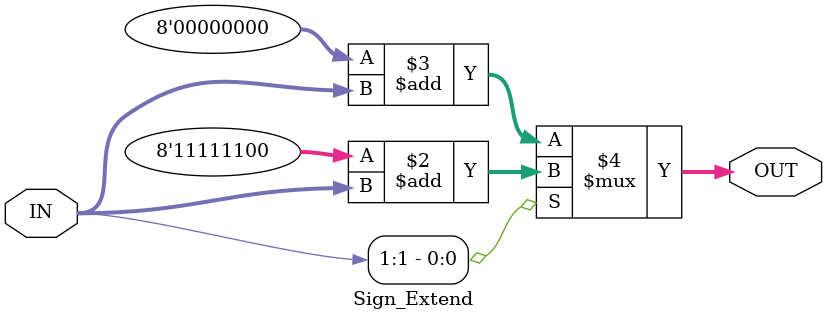
<source format=v>
`timescale 1ns / 1ps
module Sign_Extend(
    input [1:0] IN,
    output [7:0] OUT
    );
	
	assign OUT = (IN[1] == 1) ? 8'b11111100 + IN : 8'b00000000 + IN;

endmodule

</source>
